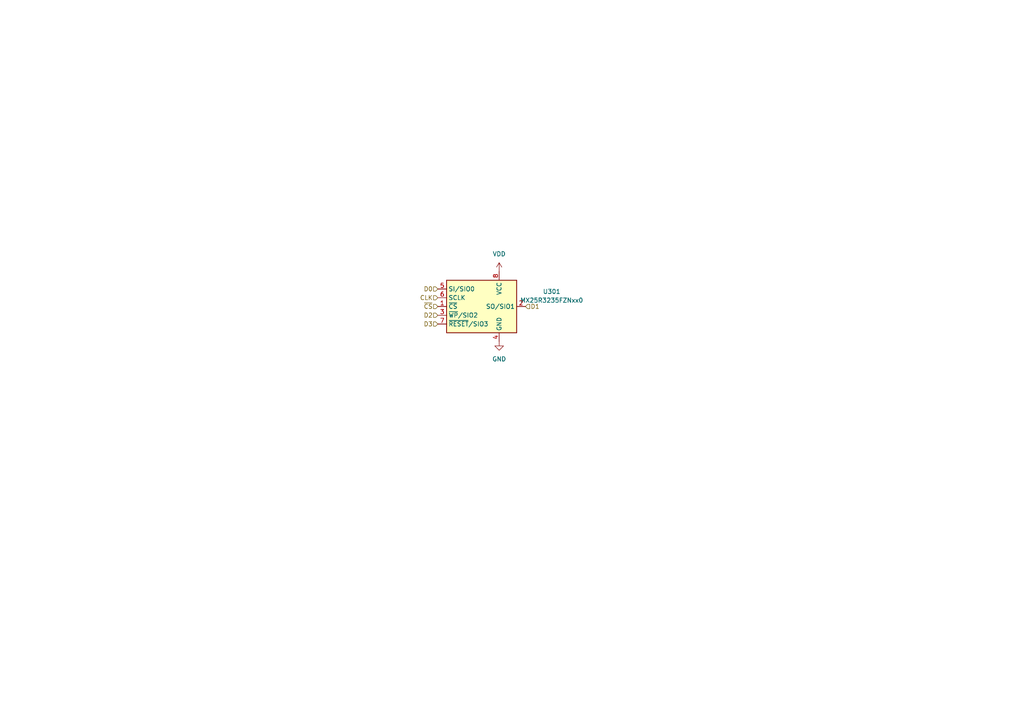
<source format=kicad_sch>
(kicad_sch (version 20211123) (generator eeschema)
  (paper "A4")
  (lib_symbols
    (symbol "Memory_Flash:MX25R3235FZNxx0"
      (property "Reference" "U" (at -8.89 8.89 0))
      (property "Value" "MX25R3235FZNxx0" (at 15.24 8.89 0))
      (symbol "MX25R3235FZNxx0_1_1"
        (rectangle (start -10.16 7.62) (end 10.16 -7.62) (stroke (width 0.254)) (fill (type background)))
        (pin input line (at -12.7 0 0) (length 2.54) (name "~{CS}") (number "1"))
        (pin bidirectional line (at 12.7 0 180) (length 2.54) (name "SO/SIO1") (number "2"))
        (pin bidirectional line (at -12.7 -2.54 0) (length 2.54) (name "~{WP}/SIO2") (number "3"))
        (pin power_in line (at 5.08 -10.16 90) (length 2.54) (name "GND") (number "4"))
        (pin bidirectional line (at -12.7 5.08 0) (length 2.54) (name "SI/SIO0") (number "5"))
        (pin input line (at -12.7 2.54 0) (length 2.54) (name "SCLK") (number "6"))
        (pin bidirectional line (at -12.7 -5.08 0) (length 2.54) (name "~{RESET}/SIO3") (number "7"))
        (pin power_in line (at 5.08 10.16 270) (length 2.54) (name "VCC") (number "8"))
        (pin passive line (at 5.08 -10.16 90) (length 2.54) hide (name "GND") (number "9"))
      )
    )
    (symbol "power:GND" (power) (pin_names (offset 0))
      (property "Value" "GND" (at 0 -3.81 0))
      (symbol "GND_0_1"
        (polyline (pts (xy 0 0) (xy 0 -1.27) (xy 1.27 -1.27) (xy 0 -2.54) (xy -1.27 -1.27) (xy 0 -1.27)))
      )
      (symbol "GND_1_1"
        (pin power_in line (at 0 0 270) (length 0) hide (name "GND") (number "1"))
      )
    )
    (symbol "power:VDD" (power) (pin_names (offset 0))
      (property "Value" "VDD" (at 0 3.81 0))
      (symbol "VDD_0_1"
        (polyline (pts (xy -0.762 1.27) (xy 0 2.54)))
        (polyline (pts (xy 0 0) (xy 0 2.54)))
        (polyline (pts (xy 0 2.54) (xy 0.762 1.27)))
      )
      (symbol "VDD_1_1"
        (pin power_in line (at 0 0 90) (length 0) hide (name "VDD") (number "1"))
      )
    )
  )
  (hierarchical_label "D0" (shape input) (at 127 83.82 180))
  (hierarchical_label "D1" (shape input) (at 152.4 88.9 0))
  (hierarchical_label "CLK" (shape input) (at 127 86.36 180))
  (hierarchical_label "D2" (shape input) (at 127 91.44 180))
  (hierarchical_label "D3" (shape input) (at 127 93.98 180))
  (hierarchical_label "~{CS}" (shape input) (at 127 88.9 180))
  (symbol (lib_id "power:GND") (at 144.78 99.06 0) (unit 1)
    (property "Reference" "#PWR0120" (effects hide))
    (property "Value" "GND" (at 144.78 104.14 0))
  )
  (symbol (lib_id "Memory_Flash:MX25R3235FZNxx0") (at 139.7 88.9 0) (unit 1)
    (property "Reference" "U301" (at 160.02 84.5693 0))
    (property "Value" "MX25R3235FZNxx0" (at 160.02 87.1093 0))
    (property "Footprint" "Package_SON:WSON-8-1EP_6x5mm_P1.27mm_EP3.4x4mm" (effects hide))
    (property "Datasheet" "http://www.macronix.com/Lists/Datasheet/Attachments/7534/MX25R3235F,%20Wide%20Range,%2032Mb,%20v1.6.pdf" (effects hide))
  )
  (symbol (lib_id "power:VDD") (at 144.78 78.74 0) (unit 1)
    (property "Reference" "#PWR0121" (effects hide))
    (property "Value" "VDD" (at 144.78 73.66 0))
  )
)
</source>
